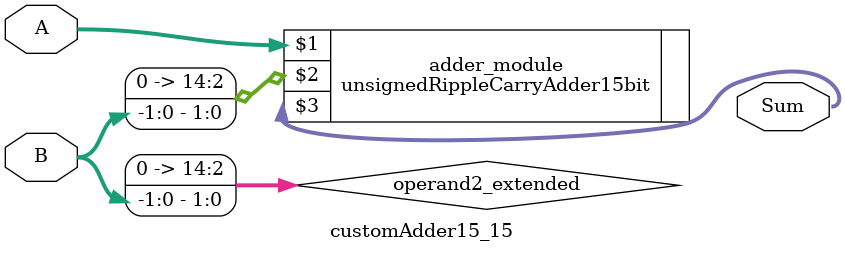
<source format=v>
module customAdder15_15(
                        input [14 : 0] A,
                        input [-1 : 0] B,
                        
                        output [15 : 0] Sum
                );

        wire [14 : 0] operand2_extended;
        
        assign operand2_extended =  {15'b0, B};
        
        unsignedRippleCarryAdder15bit adder_module(
            A,
            operand2_extended,
            Sum
        );
        
        endmodule
        
</source>
